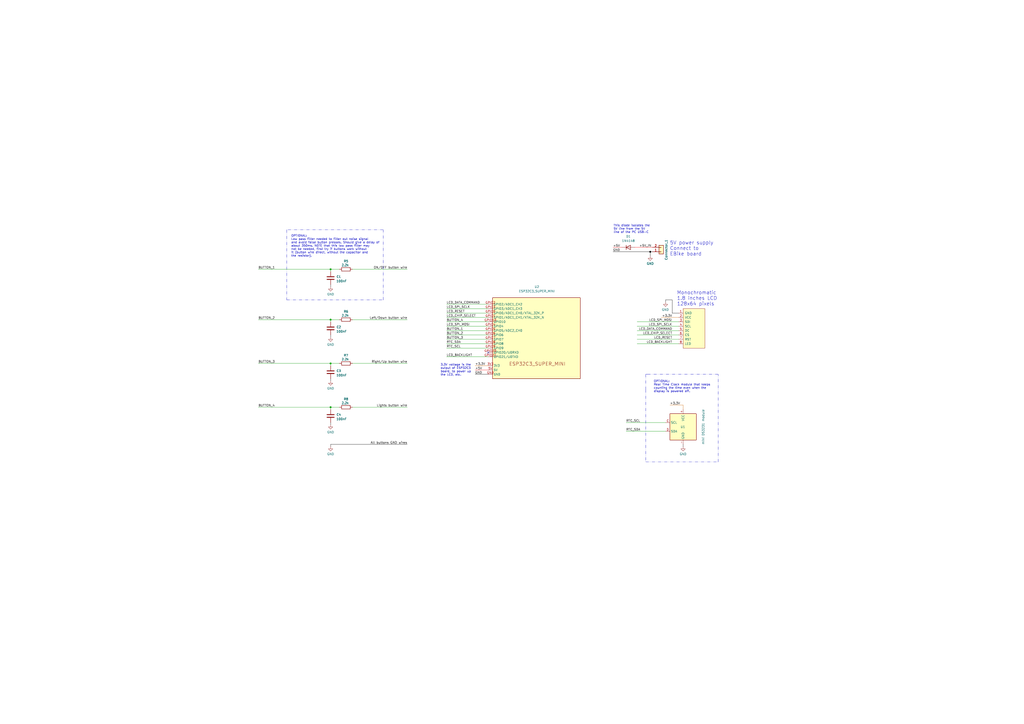
<source format=kicad_sch>
(kicad_sch (version 20231120) (generator "eeschema") (generator_version "8.0")
  (paper "A2")
  (lib_symbols
    (symbol "Connector_Generic:Conn_01x02" (pin_names (offset 1.016) hide)
      (property "Reference" "J" (at 0 2.54 0))
      (property "Value" "Conn_01x02" (at 0 -5.08 0))
      (symbol "Conn_01x02_1_1"
        (rectangle (start -1.27 -2.413) (end 0 -2.667) (stroke (width 0.1524)))
        (rectangle (start -1.27 0.127) (end 0 -0.127) (stroke (width 0.1524)))
        (rectangle (start -1.27 1.27) (end 1.27 -3.81) (stroke (width 0.254)) (fill (type background)))
        (pin passive line (at -5.08 0 0) (length 3.81) (name "Pin_1") (number "1"))
        (pin passive line (at -5.08 -2.54 0) (length 3.81) (name "Pin_2") (number "2"))
      )
    )
    (symbol "Device:C" (pin_numbers hide) (pin_names (offset 0.254))
      (property "Reference" "C" (at 0.635 2.54 0))
      (property "Value" "C" (at 0.635 -2.54 0))
      (symbol "C_0_1"
        (polyline (pts (xy -2.032 -0.762) (xy 2.032 -0.762)) (stroke (width 0.508)))
        (polyline (pts (xy -2.032 0.762) (xy 2.032 0.762)) (stroke (width 0.508)))
      )
      (symbol "C_1_1"
        (pin passive line (at 0 3.81 270) (length 2.794) (name "~") (number "1"))
        (pin passive line (at 0 -3.81 90) (length 2.794) (name "~") (number "2"))
      )
    )
    (symbol "Device:R" (pin_numbers hide) (pin_names (offset 0))
      (property "Reference" "R" (at 2.032 0 90))
      (property "Value" "R" (at 0 0 90))
      (symbol "R_0_1"
        (rectangle (start -1.016 -2.54) (end 1.016 2.54) (stroke (width 0.254)))
      )
      (symbol "R_1_1"
        (pin passive line (at 0 3.81 270) (length 1.27) (name "~") (number "1"))
        (pin passive line (at 0 -3.81 90) (length 1.27) (name "~") (number "2"))
      )
    )
    (symbol "Diode:1N4148" (pin_numbers hide) (pin_names hide)
      (property "Reference" "D" (at 0 2.54 0))
      (property "Value" "1N4148" (at 0 -2.54 0))
      (symbol "1N4148_0_1"
        (polyline (pts (xy -1.27 1.27) (xy -1.27 -1.27)) (stroke (width 0.254)))
        (polyline (pts (xy 1.27 0) (xy -1.27 0)))
        (polyline (pts (xy 1.27 1.27) (xy 1.27 -1.27) (xy -1.27 0) (xy 1.27 1.27)) (stroke (width 0.254)))
      )
      (symbol "1N4148_1_1"
        (pin passive line (at -3.81 0 0) (length 2.54) (name "K") (number "1"))
        (pin passive line (at 3.81 0 180) (length 2.54) (name "A") (number "2"))
      )
    )
    (symbol "Espressif:ESP32-C3-MINI-1"
      (property "Reference" "U2" (at 0.254 29.21 0))
      (property "Value" "ESP32C3_SUPER_MINI" (at 0.254 26.67 0))
      (symbol "ESP32-C3-MINI-1_0_1"
        (rectangle (start -25.4 22.86) (end 25.4 -24.13) (stroke (width 0.254)) (fill (type background)))
      )
      (symbol "ESP32-C3-MINI-1_1_0"
        (text "ESP32C3_SUPER_MINI" (at 0.508 -15.494 0) (effects (font (size 2 2))))
      )
      (symbol "ESP32-C3-MINI-1_1_1"
        (pin power_in line (at -27.94 -16.51 0) (length 2.54) (name "3V3") (number "3V3"))
        (pin power_in line (at -27.94 -19.05 0) (length 2.54) (name "5V") (number "5V"))
        (pin power_in line (at -27.94 -21.59 0) (length 2.54) (name "GND") (number "GND"))
        (pin bidirectional line (at -27.94 13.97 0) (length 2.54) (name "GPIO0/ADC1_CH0/XTAL_32K_P") (number "GPIO0"))
        (pin bidirectional line (at -27.94 11.43 0) (length 2.54) (name "GPIO1/ADC1_CH1/XTAL_32K_N") (number "GPIO1"))
        (pin bidirectional line (at -27.94 8.89 0) (length 2.54) (name "GPIO10") (number "GPIO10"))
        (pin bidirectional line (at -27.94 19.05 0) (length 2.54) (name "GPIO2/ADC1_CH2") (number "GPIO2"))
        (pin bidirectional line (at -27.94 -8.89 0) (length 2.54) (name "GPIO20/U0RXD") (number "GPIO20"))
        (pin bidirectional line (at -27.94 -11.43 0) (length 2.54) (name "GPIO21/U0TXD") (number "GPIO21"))
        (pin bidirectional line (at -27.94 16.51 0) (length 2.54) (name "GPIO3/ADC1_CH3") (number "GPIO3"))
        (pin bidirectional line (at -27.94 6.35 0) (length 2.54) (name "GPIO4") (number "GPIO4"))
        (pin bidirectional line (at -27.94 3.81 0) (length 2.54) (name "GPIO5/ADC2_CH0") (number "GPIO5"))
        (pin bidirectional line (at -27.94 1.27 0) (length 2.54) (name "GPIO6") (number "GPIO6"))
        (pin bidirectional line (at -27.94 -1.27 0) (length 2.54) (name "GPIO7") (number "GPIO7"))
        (pin bidirectional line (at -27.94 -3.81 0) (length 2.54) (name "GPIO8") (number "GPIO8"))
        (pin bidirectional line (at -27.94 -6.35 0) (length 2.54) (name "GPIO9") (number "GPIO9"))
      )
    )
    (symbol "mini_ds3231_module:mini_DS3231_module"
      (property "Reference" "U" (at -5.08 8.89 0))
      (property "Value" "DS3231" (at 5.588 0.508 0))
      (symbol "mini_DS3231_module_0_1"
        (rectangle (start -7.62 7.62) (end 7.62 -7.62) (stroke (width 0.254)) (fill (type background)))
      )
      (symbol "mini_DS3231_module_1_1"
        (pin power_in line (at 0 10.16 270) (length 2.54) (name "VCC") (number "+"))
        (pin power_in line (at 0 -10.16 90) (length 2.54) (name "GND") (number "-"))
        (pin input line (at -10.16 2.54 0) (length 2.54) (name "SCL") (number "C"))
        (pin bidirectional line (at -10.16 -2.54 0) (length 2.54) (name "SDA") (number "D"))
      )
    )
    (symbol "power:GND" (power) (pin_names (offset 0))
      (property "Value" "GND" (at 0 -3.81 0))
      (symbol "GND_0_1"
        (polyline (pts (xy 0 0) (xy 0 -1.27) (xy 1.27 -1.27) (xy 0 -2.54) (xy -1.27 -1.27) (xy 0 -1.27)))
      )
      (symbol "GND_1_1"
        (pin power_in line (at 0 0 270) (length 0) hide (name "GND") (number "1"))
      )
    )
    (symbol "schematic-OLED_SPI-Bafang_M500_M600-rescue:SSD1306-SPI-OLED-schematic-rescue" (pin_names (offset 1.016))
      (symbol "SSD1306-SPI-OLED-schematic-rescue_0_1"
        (rectangle (start -6.35 11.43) (end 6.35 -11.43) (fill (type background)))
      )
      (symbol "SSD1306-SPI-OLED-schematic-rescue_1_1"
        (pin input line (at -8.89 8.89 0) (length 2.54) (name "GND") (number "1"))
        (pin input line (at -8.89 6.35 0) (length 2.54) (name "VCC") (number "2"))
        (pin input line (at -8.89 3.81 0) (length 2.54) (name "SDI") (number "3"))
        (pin input line (at -8.89 1.27 0) (length 2.54) (name "SCL") (number "4"))
        (pin input line (at -8.89 -1.27 0) (length 2.54) (name "DC") (number "5"))
        (pin input line (at -8.89 -3.81 0) (length 2.54) (name "CS") (number "6"))
        (pin input line (at -8.89 -6.35 0) (length 2.54) (name "RST") (number "7"))
        (pin input line (at -8.89 -8.89 0) (length 2.54) (name "LED") (number "8"))
      )
    )
  )
  (junction (at 191.77 185.42))
  (junction (at 191.77 210.82))
  (junction (at 191.77 156.21))
  (junction (at 191.77 236.22))
  (junction (at 377.19 146.05) (color 0 0 0 1))
  (no_connect (at 283.21 204.47))
  (wire (pts (xy 275.59 212.09) (xy 283.21 212.09)) (stroke (width 0) (color 204 102 0 1)))
  (wire (pts (xy 259.08 201.93) (xy 283.21 201.93)))
  (wire (pts (xy 191.77 156.21) (xy 149.86 156.21)))
  (polyline (pts (xy 416.56 267.97) (xy 416.56 217.17)) (stroke (width 0) (type dash_dot_dot)))
  (wire (pts (xy 191.77 257.81) (xy 236.22 257.81)) (stroke (width 0) (color 0 0 0 1)))
  (wire (pts (xy 275.59 214.63) (xy 283.21 214.63)) (stroke (width 0) (color 255 0 0 1)))
  (wire (pts (xy 191.77 185.42) (xy 149.86 185.42)))
  (wire (pts (xy 259.08 184.15) (xy 283.21 184.15)))
  (wire (pts (xy 386.08 245.11) (xy 363.22 245.11)))
  (wire (pts (xy 259.08 191.77) (xy 283.21 191.77)))
  (wire (pts (xy 275.59 217.17) (xy 283.21 217.17)) (stroke (width 0) (color 0 0 0 1)))
  (polyline (pts (xy 166.37 133.35) (xy 166.37 173.99)) (stroke (width 0) (type dash_dot_dot)))
  (wire (pts (xy 393.7 186.69) (xy 369.57 186.69)))
  (wire (pts (xy 196.85 185.42) (xy 191.77 185.42)))
  (wire (pts (xy 389.89 181.61) (xy 389.89 173.99)) (stroke (width 0) (color 0 0 0 1)))
  (wire (pts (xy 378.46 146.05) (xy 377.19 146.05)) (stroke (width 0) (color 0 0 0 1)))
  (polyline (pts (xy 166.37 173.99) (xy 222.25 173.99)) (stroke (width 0) (type dash_dot_dot)))
  (wire (pts (xy 191.77 156.21) (xy 191.77 157.48)))
  (wire (pts (xy 196.85 156.21) (xy 191.77 156.21)))
  (wire (pts (xy 259.08 194.31) (xy 283.21 194.31)))
  (wire (pts (xy 389.89 173.99) (xy 386.08 173.99)) (stroke (width 0) (color 0 0 0 1)))
  (polyline (pts (xy 374.65 226.06) (xy 374.65 267.97)) (stroke (width 0) (type dash_dot_dot)))
  (wire (pts (xy 236.22 210.82) (xy 204.47 210.82)))
  (wire (pts (xy 259.08 207.01) (xy 283.21 207.01)))
  (wire (pts (xy 196.85 210.82) (xy 191.77 210.82)))
  (wire (pts (xy 191.77 194.31) (xy 191.77 195.58)) (stroke (width 0) (color 0 0 0 1)))
  (polyline (pts (xy 374.65 217.17) (xy 374.65 226.06)) (stroke (width 0) (type dash_dot_dot)))
  (wire (pts (xy 377.19 146.05) (xy 355.6 146.05)) (stroke (width 0) (color 0 0 0 1)))
  (wire (pts (xy 393.7 189.23) (xy 369.57 189.23)))
  (wire (pts (xy 191.77 165.1) (xy 191.77 166.37)) (stroke (width 0) (color 0 0 0 1)))
  (wire (pts (xy 259.08 199.39) (xy 283.21 199.39)))
  (wire (pts (xy 393.7 191.77) (xy 369.57 191.77)))
  (wire (pts (xy 393.7 181.61) (xy 389.89 181.61)) (stroke (width 0) (color 0 0 0 1)))
  (wire (pts (xy 396.24 257.81) (xy 396.24 259.08)) (stroke (width 0) (color 0 0 0 1)))
  (wire (pts (xy 191.77 185.42) (xy 191.77 186.69)))
  (wire (pts (xy 204.47 185.42) (xy 236.22 185.42)))
  (wire (pts (xy 191.77 245.11) (xy 191.77 246.38)) (stroke (width 0) (color 0 0 0 1)))
  (wire (pts (xy 191.77 210.82) (xy 149.86 210.82)))
  (wire (pts (xy 259.08 176.53) (xy 283.21 176.53)))
  (wire (pts (xy 191.77 257.81) (xy 191.77 259.08)) (stroke (width 0) (color 0 0 0 1)))
  (wire (pts (xy 196.85 236.22) (xy 191.77 236.22)))
  (wire (pts (xy 259.08 189.23) (xy 283.21 189.23)))
  (wire (pts (xy 378.46 143.51) (xy 368.3 143.51)) (stroke (width 0) (color 255 0 0 1)))
  (wire (pts (xy 259.08 179.07) (xy 283.21 179.07)))
  (polyline (pts (xy 222.25 133.35) (xy 166.37 133.35)) (stroke (width 0) (type dash_dot_dot)))
  (polyline (pts (xy 416.56 217.17) (xy 375.92 217.17)) (stroke (width 0) (type dash_dot_dot)))
  (wire (pts (xy 191.77 236.22) (xy 149.86 236.22)))
  (wire (pts (xy 386.08 173.99) (xy 386.08 175.26)) (stroke (width 0) (color 0 0 0 1)))
  (wire (pts (xy 377.19 146.05) (xy 377.19 148.59)) (stroke (width 0) (color 0 0 0 1)))
  (wire (pts (xy 259.08 181.61) (xy 283.21 181.61)))
  (polyline (pts (xy 222.25 173.99) (xy 222.25 133.35)) (stroke (width 0) (type dash_dot_dot)))
  (wire (pts (xy 393.7 196.85) (xy 369.57 196.85)))
  (wire (pts (xy 259.08 196.85) (xy 283.21 196.85)))
  (wire (pts (xy 204.47 156.21) (xy 236.22 156.21)))
  (wire (pts (xy 393.7 194.31) (xy 369.57 194.31)))
  (wire (pts (xy 396.24 234.95) (xy 396.24 237.49)) (stroke (width 0) (color 204 102 0 1)))
  (polyline (pts (xy 374.65 267.97) (xy 416.56 267.97)) (stroke (width 0) (type dash_dot_dot)))
  (wire (pts (xy 360.68 143.51) (xy 355.6 143.51)) (stroke (width 0) (color 255 0 0 1)))
  (wire (pts (xy 386.08 250.19) (xy 363.22 250.19)))
  (wire (pts (xy 259.08 186.69) (xy 283.21 186.69)))
  (wire (pts (xy 191.77 219.71) (xy 191.77 220.98)) (stroke (width 0) (color 0 0 0 1)))
  (wire (pts (xy 191.77 236.22) (xy 191.77 237.49)))
  (wire (pts (xy 396.24 234.95) (xy 388.62 234.95)) (stroke (width 0) (color 204 102 0 1)))
  (wire (pts (xy 236.22 236.22) (xy 204.47 236.22)))
  (polyline (pts (xy 375.92 217.17) (xy 374.65 217.17)) (stroke (width 0) (type dash_dot_dot)))
  (wire (pts (xy 393.7 199.39) (xy 369.57 199.39)))
  (wire (pts (xy 191.77 210.82) (xy 191.77 212.09)))
  (wire (pts (xy 393.7 184.15) (xy 383.54 184.15)) (stroke (width 0) (color 204 102 0 1)))
  (text "3.3V voltage is the\noutput of ESP32C3\nboard, to power up\nthe LCD, etc." (at 255.524 218.186 0) (effects (font (size 1.2 1.2)) (justify left bottom)))
  (text "OPTIONAL:\nLow pass filter needed to filter out noise signal\nand avoid false button presses. Should give a delay of\nabout 350ms. NOTE that this low pass filter may\nnot be needed, first try if buttons work without\nit (button wire direct, without the capacitor and\nthe resistor).\n\n" (at 168.91 151.13 0) (effects (font (size 1.2 1.2)) (justify left bottom)))
  (text "OPTIONAL:\nReal Time Clock module that keeps\ncounting the time even when the\ndisplay is powered off.\n\n\n" (at 379.222 231.648 0) (effects (font (size 1.2 1.2)) (justify left bottom)))
  (text "5V power supply\nConnect to\nEBike board" (at 388.62 148.59 0) (effects (font (size 2.0066 2.0066)) (justify left bottom)))
  (text "Monochromatic\n1.8 inches LCD\n128x64 pixels" (at 392.684 177.546 0) (effects (font (size 2.0066 2.0066)) (justify left bottom)))
  (text "This diode isolates the\n5V line from the 5V\nline of the PC USB-C\n " (at 355.854 137.414 0) (effects (font (size 1.2 1.2)) (justify left bottom)))
  (label "LCD_SPI_MOSI" (at 259.08 189.23 0))
  (label "ON{slash}OFF button wire" (at 236.22 156.21 180))
  (label "+3.3V" (at 275.59 212.09 0))
  (label "Lights button wire" (at 236.22 236.22 180))
  (label "LCD_SPI_MOSI" (at 389.89 186.69 180))
  (label "LCD_SPI_SCLK" (at 389.89 189.23 180))
  (label "Right{slash}Up button wire" (at 236.22 210.82 180))
  (label "BUTTON_2" (at 149.86 185.42 0))
  (label "RTC_SDA" (at 259.08 199.39 0))
  (label "+5V_IN" (at 370.84 143.51 0))
  (label "+3.3V" (at 389.89 184.15 180))
  (label "LCD_BACKLIGHT" (at 389.89 199.39 180))
  (label "BUTTON_4" (at 259.08 186.69 0))
  (label "BUTTON_1" (at 259.08 191.77 0))
  (label "RTC_SCL" (at 259.08 201.93 0))
  (label "LCD_BACKLIGHT" (at 259.08 207.01 0))
  (label "GND" (at 355.6 146.05 0))
  (label "+3.3V" (at 388.62 234.95 0))
  (label "LCD_CHIP_SELECT" (at 259.08 184.15 0))
  (label "+5V" (at 275.59 214.63 0))
  (label "RTC_SDA" (at 363.22 250.19 0))
  (label "BUTTON_1" (at 149.86 156.21 0))
  (label "GND" (at 275.59 217.17 0))
  (label "LCD_DATA_COMMAND" (at 389.89 191.77 180))
  (label "All buttons GND wires" (at 236.22 257.81 180))
  (label "BUTTON_4" (at 149.86 236.22 0))
  (label "BUTTON_3" (at 259.08 196.85 0))
  (label "LCD_DATA_COMMAND" (at 259.08 176.53 0))
  (label "LCD_RESET" (at 389.89 196.85 180))
  (label "LCD_CHIP_SELECT" (at 389.89 194.31 180))
  (label "Left{slash}Down button wire" (at 236.22 185.42 180))
  (label "LCD_RESET" (at 259.08 181.61 0))
  (label "BUTTON_3" (at 149.86 210.82 0))
  (label "RTC_SCL" (at 363.22 245.11 0))
  (label "+5V" (at 355.6 143.51 0))
  (label "BUTTON_2" (at 259.08 194.31 0))
  (label "LCD_SPI_SCLK" (at 259.08 179.07 0))
  (symbol (lib_id "Diode:1N4148") (at 364.49 143.51 0) (mirror x) (unit 1)
    (property "Reference" "D1" (at 364.49 137.16 0))
    (property "Value" "1N4148" (at 364.49 139.7 0))
    (property "Footprint" "Diode_THT:D_DO-35_SOD27_P7.62mm_Horizontal" (effects (hide yes)))
    (property "Datasheet" "https://assets.nexperia.com/documents/data-sheet/1N4148_1N4448.pdf" (effects (hide yes)))
    (property "Description" "100V 0.15A standard switching diode, DO-35" (effects (hide yes)))
    (property "Sim.Device" "D" (effects (hide yes)))
    (property "Sim.Pins" "1=K 2=A" (effects (hide yes)))
  )
  (symbol (lib_id "power:GND") (at 396.24 259.08 0) (unit 1)
    (property "Reference" "#PWR08" (effects (hide yes)))
    (property "Value" "GND" (at 396.24 263.398 0))
  )
  (symbol (lib_id "mini_ds3231_module:mini_DS3231_module") (at 396.24 247.65 0) (unit 1)
    (property "Reference" "U1" (at 394.716 247.65 0) (effects (justify left)))
    (property "Value" "mini DS3231 module" (at 407.924 257.81 90) (effects (justify left)))
  )
  (symbol (lib_id "power:GND") (at 191.77 220.98 0) (mirror y) (unit 1)
    (property "Reference" "#PWR05" (effects (hide yes)))
    (property "Value" "GND" (at 191.77 225.298 0))
  )
  (symbol (lib_id "Connector_Generic:Conn_01x02") (at 383.54 146.05 0) (mirror x) (unit 1)
    (property "Reference" "J1" (effects (hide yes)))
    (property "Value" "Connector_1" (at 386.461 138.938 90) (effects (justify left)))
  )
  (symbol (lib_id "Device:C") (at 191.77 161.29 0) (mirror y) (unit 1)
    (property "Reference" "C1" (at 197.866 160.528 0) (effects (justify left)))
    (property "Value" "100nF" (at 201.168 163.068 0) (effects (justify left)))
  )
  (symbol (lib_id "Device:C") (at 191.77 241.3 0) (mirror y) (unit 1)
    (property "Reference" "C4" (at 197.866 240.538 0) (effects (justify left)))
    (property "Value" "100nF" (at 201.168 243.078 0) (effects (justify left)))
  )
  (symbol (lib_id "power:GND") (at 377.19 148.59 0) (mirror y) (unit 1)
    (property "Reference" "#PWR02" (effects (hide yes)))
    (property "Value" "GND" (at 377.19 152.908 0))
  )
  (symbol (lib_id "Device:R") (at 200.66 156.21 270) (mirror x) (unit 1)
    (property "Reference" "R5" (at 199.39 151.511 90) (effects (justify left)))
    (property "Value" "2.2k" (at 198.12 153.797 90) (effects (justify left)))
  )
  (symbol (lib_id "schematic-OLED_SPI-Bafang_M500_M600-rescue:SSD1306-SPI-OLED-schematic-rescue") (at 402.59 190.5 0) (unit 1)
    (property "Reference" "NA1" (effects (hide yes)))
    (property "Value" "Monochromatic_1.8 _inches_LCD_128x64_pixels" (effects (hide yes)))
  )
  (symbol (lib_id "Espressif:ESP32-C3-MINI-1") (at 311.15 195.58 0) (unit 1)
    (property "Reference" "U2" (at 311.404 166.37 0))
    (property "Value" "ESP32C3_SUPER_MINI" (at 311.404 168.91 0))
  )
  (symbol (lib_id "Device:R") (at 200.66 185.42 270) (mirror x) (unit 1)
    (property "Reference" "R6" (at 199.39 180.721 90) (effects (justify left)))
    (property "Value" "2.2k" (at 198.12 183.007 90) (effects (justify left)))
  )
  (symbol (lib_id "power:GND") (at 191.77 166.37 0) (mirror y) (unit 1)
    (property "Reference" "#PWR03" (effects (hide yes)))
    (property "Value" "GND" (at 191.77 170.688 0))
  )
  (symbol (lib_id "power:GND") (at 191.77 246.38 0) (mirror y) (unit 1)
    (property "Reference" "#PWR06" (effects (hide yes)))
    (property "Value" "GND" (at 191.77 250.698 0))
  )
  (symbol (lib_id "Device:C") (at 191.77 215.9 0) (mirror y) (unit 1)
    (property "Reference" "C3" (at 197.866 215.138 0) (effects (justify left)))
    (property "Value" "100nF" (at 201.168 217.678 0) (effects (justify left)))
  )
  (symbol (lib_id "power:GND") (at 386.08 175.26 0) (mirror y) (unit 1)
    (property "Reference" "#PWR01" (effects (hide yes)))
    (property "Value" "GND" (at 385.953 179.6542 0))
  )
  (symbol (lib_id "Device:C") (at 191.77 190.5 0) (mirror y) (unit 1)
    (property "Reference" "C2" (at 197.866 189.738 0) (effects (justify left)))
    (property "Value" "100nF" (at 201.168 192.278 0) (effects (justify left)))
  )
  (symbol (lib_id "power:GND") (at 191.77 195.58 0) (mirror y) (unit 1)
    (property "Reference" "#PWR04" (effects (hide yes)))
    (property "Value" "GND" (at 191.77 199.898 0))
  )
  (symbol (lib_id "power:GND") (at 191.77 259.08 0) (mirror y) (unit 1)
    (property "Reference" "#PWR07" (effects (hide yes)))
    (property "Value" "GND" (at 191.77 263.398 0))
  )
  (symbol (lib_id "Device:R") (at 200.66 210.82 270) (mirror x) (unit 1)
    (property "Reference" "R7" (at 199.39 206.121 90) (effects (justify left)))
    (property "Value" "2.2k" (at 198.12 208.407 90) (effects (justify left)))
  )
  (symbol (lib_id "Device:R") (at 200.66 236.22 270) (mirror x) (unit 1)
    (property "Reference" "R8" (at 199.39 231.521 90) (effects (justify left)))
    (property "Value" "2.2k" (at 198.12 233.807 90) (effects (justify left)))
  )
)
</source>
